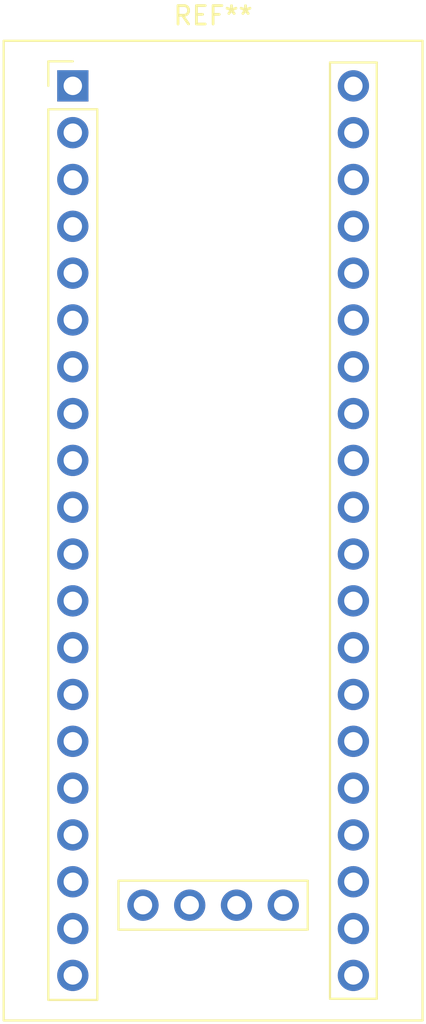
<source format=kicad_pcb>
(kicad_pcb (version 20221018) (generator pcbnew)
  (layers (0 "F.Cu" signal) (31 "B.Cu" signal) (34 "B.Paste" user) (35 "F.Paste" user) (36 "B.SilkS" user "B.Silkscreen") (37 "F.SilkS" user "F.Silkscreen") (38 "B.Mask" user) (39 "F.Mask" user) (44 "Edge.Cuts" user))
  (net 0 "")
  (footprint "YAAJ_BluePill_SWD_2" (layer "F.Cu") (at 154.94 76.2)
    (fp_text reference "REF**" (at 7.62 -3.81) (layer "F.SilkS"))
    (fp_text value "BluePill" hide)
    (fp_line (start -3.755 -2.445) (end 18.995 -2.445) (stroke (width 0.12)) (layer "F.SilkS"))
    (fp_line (start -3.755 50.705) (end -3.755 -2.445) (stroke (width 0.12)) (layer "F.SilkS"))
    (fp_line (start -1.33 -1.33) (end 0 -1.33) (stroke (width 0.12)) (layer "F.SilkS"))
    (fp_line (start -1.33 0) (end -1.33 -1.33) (stroke (width 0.12)) (layer "F.SilkS"))
    (fp_line (start -1.33 1.27) (end 1.33 1.27) (stroke (width 0.12)) (layer "F.SilkS"))
    (fp_line (start -1.33 49.59) (end -1.33 1.27) (stroke (width 0.12)) (layer "F.SilkS"))
    (fp_line (start 1.33 1.27) (end 1.33 49.59) (stroke (width 0.12)) (layer "F.SilkS"))
    (fp_line (start 1.33 49.59) (end -1.33 49.59) (stroke (width 0.12)) (layer "F.SilkS"))
    (fp_line (start 2.48 43.12) (end 2.48 45.78) (stroke (width 0.12)) (layer "F.SilkS"))
    (fp_line (start 2.48 45.78) (end 12.76 45.78) (stroke (width 0.12)) (layer "F.SilkS"))
    (fp_line (start 12.76 43.12) (end 2.48 43.12) (stroke (width 0.12)) (layer "F.SilkS"))
    (fp_line (start 12.76 45.78) (end 12.76 43.12) (stroke (width 0.12)) (layer "F.SilkS"))
    (fp_line (start 13.97 -1.27) (end 16.51 -1.27) (stroke (width 0.12)) (layer "F.SilkS"))
    (fp_line (start 13.97 49.53) (end 13.97 -1.27) (stroke (width 0.12)) (layer "F.SilkS"))
    (fp_line (start 16.51 -1.27) (end 16.51 49.53) (stroke (width 0.12)) (layer "F.SilkS"))
    (fp_line (start 16.51 49.53) (end 13.97 49.53) (stroke (width 0.12)) (layer "F.SilkS"))
    (fp_line (start 18.995 -2.445) (end 18.995 50.705) (stroke (width 0.12)) (layer "F.SilkS"))
    (fp_line (start 18.995 50.705) (end -3.755 50.705) (stroke (width 0.12)) (layer "F.SilkS"))
    (pad "1" thru_hole rect (at 0 0) (size 1.7 1.7) (drill 1) (layers "*.Cu" "*.Mask"))
    (pad "2" thru_hole circle (at 0 2.54) (size 1.7 1.7) (drill 1) (layers "*.Cu" "*.Mask"))
    (pad "3" thru_hole circle (at 0 5.08) (size 1.7 1.7) (drill 1) (layers "*.Cu" "*.Mask"))
    (pad "4" thru_hole circle (at 0 7.62) (size 1.7 1.7) (drill 1) (layers "*.Cu" "*.Mask"))
    (pad "5" thru_hole circle (at 0 10.16) (size 1.7 1.7) (drill 1) (layers "*.Cu" "*.Mask"))
    (pad "6" thru_hole circle (at 0 12.7) (size 1.7 1.7) (drill 1) (layers "*.Cu" "*.Mask"))
    (pad "7" thru_hole circle (at 0 15.24) (size 1.7 1.7) (drill 1) (layers "*.Cu" "*.Mask"))
    (pad "8" thru_hole circle (at 0 17.78) (size 1.7 1.7) (drill 1) (layers "*.Cu" "*.Mask"))
    (pad "9" thru_hole circle (at 0 20.32) (size 1.7 1.7) (drill 1) (layers "*.Cu" "*.Mask"))
    (pad "10" thru_hole circle (at 0 22.86) (size 1.7 1.7) (drill 1) (layers "*.Cu" "*.Mask"))
    (pad "11" thru_hole circle (at 0 25.4) (size 1.7 1.7) (drill 1) (layers "*.Cu" "*.Mask"))
    (pad "12" thru_hole circle (at 0 27.94) (size 1.7 1.7) (drill 1) (layers "*.Cu" "*.Mask"))
    (pad "13" thru_hole circle (at 0 30.48) (size 1.7 1.7) (drill 1) (layers "*.Cu" "*.Mask"))
    (pad "14" thru_hole circle (at 0 33.02) (size 1.7 1.7) (drill 1) (layers "*.Cu" "*.Mask"))
    (pad "15" thru_hole circle (at 0 35.56) (size 1.7 1.7) (drill 1) (layers "*.Cu" "*.Mask"))
    (pad "16" thru_hole circle (at 0 38.1) (size 1.7 1.7) (drill 1) (layers "*.Cu" "*.Mask"))
    (pad "17" thru_hole circle (at 0 40.64) (size 1.7 1.7) (drill 1) (layers "*.Cu" "*.Mask"))
    (pad "18" thru_hole circle (at 0 43.18) (size 1.7 1.7) (drill 1) (layers "*.Cu" "*.Mask"))
    (pad "19" thru_hole circle (at 0 45.72) (size 1.7 1.7) (drill 1) (layers "*.Cu" "*.Mask"))
    (pad "20" thru_hole circle (at 0 48.26) (size 1.7 1.7) (drill 1) (layers "*.Cu" "*.Mask"))
    (pad "21" thru_hole circle (at 15.24 48.26) (size 1.7 1.7) (drill 1) (layers "*.Cu" "*.Mask"))
    (pad "22" thru_hole circle (at 15.24 45.72) (size 1.7 1.7) (drill 1) (layers "*.Cu" "*.Mask"))
    (pad "23" thru_hole circle (at 15.24 43.18) (size 1.7 1.7) (drill 1) (layers "*.Cu" "*.Mask"))
    (pad "24" thru_hole circle (at 15.24 40.64) (size 1.7 1.7) (drill 1) (layers "*.Cu" "*.Mask"))
    (pad "25" thru_hole circle (at 15.24 38.1) (size 1.7 1.7) (drill 1) (layers "*.Cu" "*.Mask"))
    (pad "26" thru_hole circle (at 15.24 35.56) (size 1.7 1.7) (drill 1) (layers "*.Cu" "*.Mask"))
    (pad "27" thru_hole circle (at 15.24 33.02) (size 1.7 1.7) (drill 1) (layers "*.Cu" "*.Mask"))
    (pad "28" thru_hole circle (at 15.24 30.48) (size 1.7 1.7) (drill 1) (layers "*.Cu" "*.Mask"))
    (pad "29" thru_hole circle (at 15.24 27.94) (size 1.7 1.7) (drill 1) (layers "*.Cu" "*.Mask"))
    (pad "30" thru_hole circle (at 15.24 25.4) (size 1.7 1.7) (drill 1) (layers "*.Cu" "*.Mask"))
    (pad "31" thru_hole circle (at 15.24 22.86) (size 1.7 1.7) (drill 1) (layers "*.Cu" "*.Mask"))
    (pad "32" thru_hole circle (at 15.24 20.32) (size 1.7 1.7) (drill 1) (layers "*.Cu" "*.Mask"))
    (pad "33" thru_hole circle (at 15.24 17.78) (size 1.7 1.7) (drill 1) (layers "*.Cu" "*.Mask"))
    (pad "34" thru_hole circle (at 15.24 15.24) (size 1.7 1.7) (drill 1) (layers "*.Cu" "*.Mask"))
    (pad "35" thru_hole circle (at 15.24 12.7) (size 1.7 1.7) (drill 1) (layers "*.Cu" "*.Mask"))
    (pad "36" thru_hole circle (at 15.24 10.16) (size 1.7 1.7) (drill 1) (layers "*.Cu" "*.Mask"))
    (pad "37" thru_hole circle (at 15.24 7.62) (size 1.7 1.7) (drill 1) (layers "*.Cu" "*.Mask"))
    (pad "38" thru_hole circle (at 15.24 5.08) (size 1.7 1.7) (drill 1) (layers "*.Cu" "*.Mask"))
    (pad "39" thru_hole circle (at 15.24 2.54) (size 1.7 1.7) (drill 1) (layers "*.Cu" "*.Mask"))
    (pad "40" thru_hole circle (at 15.24 0) (size 1.7 1.7) (drill 1) (layers "*.Cu" "*.Mask"))
    (pad "41" thru_hole circle (at 11.43 44.45) (size 1.7 1.7) (drill 1) (layers "*.Cu" "*.Mask"))
    (pad "42" thru_hole circle (at 8.89 44.45) (size 1.7 1.7) (drill 1) (layers "*.Cu" "*.Mask"))
    (pad "43" thru_hole circle (at 6.35 44.45) (size 1.7 1.7) (drill 1) (layers "*.Cu" "*.Mask"))
    (pad "44" thru_hole circle (at 3.81 44.45) (size 1.7 1.7) (drill 1) (layers "*.Cu" "*.Mask"))
  )
)
</source>
